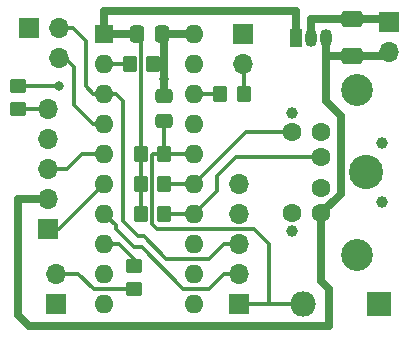
<source format=gbr>
%TF.GenerationSoftware,KiCad,Pcbnew,(6.0.0)*%
%TF.CreationDate,2022-10-20T13:45:59-04:00*%
%TF.ProjectId,TandyKey-AB,54616e64-794b-4657-992d-41422e6b6963,rev?*%
%TF.SameCoordinates,Original*%
%TF.FileFunction,Copper,L2,Bot*%
%TF.FilePolarity,Positive*%
%FSLAX46Y46*%
G04 Gerber Fmt 4.6, Leading zero omitted, Abs format (unit mm)*
G04 Created by KiCad (PCBNEW (6.0.0)) date 2022-10-20 13:45:59*
%MOMM*%
%LPD*%
G01*
G04 APERTURE LIST*
G04 Aperture macros list*
%AMRoundRect*
0 Rectangle with rounded corners*
0 $1 Rounding radius*
0 $2 $3 $4 $5 $6 $7 $8 $9 X,Y pos of 4 corners*
0 Add a 4 corners polygon primitive as box body*
4,1,4,$2,$3,$4,$5,$6,$7,$8,$9,$2,$3,0*
0 Add four circle primitives for the rounded corners*
1,1,$1+$1,$2,$3*
1,1,$1+$1,$4,$5*
1,1,$1+$1,$6,$7*
1,1,$1+$1,$8,$9*
0 Add four rect primitives between the rounded corners*
20,1,$1+$1,$2,$3,$4,$5,0*
20,1,$1+$1,$4,$5,$6,$7,0*
20,1,$1+$1,$6,$7,$8,$9,0*
20,1,$1+$1,$8,$9,$2,$3,0*%
G04 Aperture macros list end*
%TA.AperFunction,ComponentPad*%
%ADD10R,1.700000X1.700000*%
%TD*%
%TA.AperFunction,ComponentPad*%
%ADD11O,1.700000X1.700000*%
%TD*%
%TA.AperFunction,ComponentPad*%
%ADD12R,2.159000X2.159000*%
%TD*%
%TA.AperFunction,ComponentPad*%
%ADD13O,2.159000X2.159000*%
%TD*%
%TA.AperFunction,ComponentPad*%
%ADD14R,1.050000X1.500000*%
%TD*%
%TA.AperFunction,ComponentPad*%
%ADD15O,1.050000X1.500000*%
%TD*%
%TA.AperFunction,ComponentPad*%
%ADD16R,1.600000X1.600000*%
%TD*%
%TA.AperFunction,ComponentPad*%
%ADD17O,1.600000X1.600000*%
%TD*%
%TA.AperFunction,ComponentPad*%
%ADD18C,2.700000*%
%TD*%
%TA.AperFunction,ComponentPad*%
%ADD19C,2.899999*%
%TD*%
%TA.AperFunction,ComponentPad*%
%ADD20C,1.600000*%
%TD*%
%TA.AperFunction,ComponentPad*%
%ADD21C,1.000000*%
%TD*%
%TA.AperFunction,SMDPad,CuDef*%
%ADD22RoundRect,0.250000X0.450000X-0.350000X0.450000X0.350000X-0.450000X0.350000X-0.450000X-0.350000X0*%
%TD*%
%TA.AperFunction,SMDPad,CuDef*%
%ADD23RoundRect,0.250000X-0.337500X-0.475000X0.337500X-0.475000X0.337500X0.475000X-0.337500X0.475000X0*%
%TD*%
%TA.AperFunction,SMDPad,CuDef*%
%ADD24RoundRect,0.250000X0.475000X-0.337500X0.475000X0.337500X-0.475000X0.337500X-0.475000X-0.337500X0*%
%TD*%
%TA.AperFunction,SMDPad,CuDef*%
%ADD25RoundRect,0.250000X0.650000X-0.412500X0.650000X0.412500X-0.650000X0.412500X-0.650000X-0.412500X0*%
%TD*%
%TA.AperFunction,SMDPad,CuDef*%
%ADD26RoundRect,0.250000X0.350000X0.450000X-0.350000X0.450000X-0.350000X-0.450000X0.350000X-0.450000X0*%
%TD*%
%TA.AperFunction,SMDPad,CuDef*%
%ADD27RoundRect,0.250000X-0.350000X-0.450000X0.350000X-0.450000X0.350000X0.450000X-0.350000X0.450000X0*%
%TD*%
%TA.AperFunction,SMDPad,CuDef*%
%ADD28RoundRect,0.250000X-0.450000X0.350000X-0.450000X-0.350000X0.450000X-0.350000X0.450000X0.350000X0*%
%TD*%
%TA.AperFunction,ViaPad*%
%ADD29C,0.800000*%
%TD*%
%TA.AperFunction,Conductor*%
%ADD30C,0.635000*%
%TD*%
%TA.AperFunction,Conductor*%
%ADD31C,0.304800*%
%TD*%
%TA.AperFunction,Conductor*%
%ADD32C,0.250000*%
%TD*%
G04 APERTURE END LIST*
D10*
%TO.P,J1,1,Pin_1*%
%TO.N,KBD_DTA*%
X117475000Y-101282500D03*
D11*
%TO.P,J1,2,Pin_2*%
%TO.N,KBD_CLK*%
X117475000Y-96202500D03*
%TO.P,J1,3,Pin_3*%
%TO.N,Net-(J1-Pad3)*%
X117475000Y-91122500D03*
%TO.P,J1,4,Pin_4*%
%TO.N,+5V*%
X117475000Y-98742500D03*
%TO.P,J1,5,Pin_5*%
%TO.N,GND*%
X117475000Y-93662500D03*
%TD*%
D10*
%TO.P,J5,1,Pin_1*%
%TO.N,GND*%
X115882500Y-84302500D03*
D11*
%TO.P,J5,2,Pin_2*%
%TO.N,BSL_TX*%
X118382500Y-84317500D03*
%TO.P,J5,3,Pin_3*%
%TO.N,Net-(J5-Pad3)*%
X118382500Y-86857500D03*
%TD*%
D12*
%TO.P,SW1,1,1*%
%TO.N,GND*%
X145465000Y-107632500D03*
D13*
%TO.P,SW1,2,2*%
%TO.N,_RST*%
X139065000Y-107632500D03*
%TD*%
D14*
%TO.P,U2,1,VO*%
%TO.N,+3V3*%
X138430000Y-85132500D03*
D15*
%TO.P,U2,2,GND*%
%TO.N,GND*%
X139700000Y-85132500D03*
%TO.P,U2,3,VI*%
%TO.N,+5V*%
X140970000Y-85132500D03*
%TD*%
D16*
%TO.P,U1,1,DVCC*%
%TO.N,+3V3*%
X122247508Y-84777504D03*
D17*
%TO.P,U1,2,TA0CLK/ACLK/CA0/P1.0*%
%TO.N,KBD_BSY*%
X122247508Y-87317504D03*
%TO.P,U1,3,TA0.0/UCA0RXD/UCA0SOMI/P1.1*%
%TO.N,BSL_TX*%
X122247508Y-89857504D03*
%TO.P,U1,4,TA0.1/UCA0TXD/UCA0SIMO/P1.2*%
%TO.N,Net-(J5-Pad3)*%
X122247508Y-92397504D03*
%TO.P,U1,5,P1.3*%
%TO.N,KBD_CLK*%
X122247508Y-94937504D03*
%TO.P,U1,6,TCK/SMCLK/UCB0STE/UCA0CLK/P1.4*%
%TO.N,KBD_DTA*%
X122247508Y-97477504D03*
%TO.P,U1,7,TMS/TA0.0/UCB0CLK/UCA0STE/P1.5*%
%TO.N,BSL_RX*%
X122247508Y-100017504D03*
%TO.P,U1,8,P2.0/TA1.0*%
%TO.N,Net-(R8-Pad1)*%
X122247508Y-102557504D03*
%TO.P,U1,9,P2.1/TA1.1*%
%TO.N,unconnected-(U1-Pad9)*%
X122247508Y-105097504D03*
%TO.P,U1,10,P2.2/TA1.1*%
%TO.N,unconnected-(U1-Pad10)*%
X122247508Y-107637504D03*
%TO.P,U1,11,P2.3/TA1.0*%
%TO.N,unconnected-(U1-Pad11)*%
X129867508Y-107637504D03*
%TO.P,U1,12,P2.4/TA1.2*%
%TO.N,unconnected-(U1-Pad12)*%
X129867508Y-105097504D03*
%TO.P,U1,13,P2.5/TA1.2*%
%TO.N,unconnected-(U1-Pad13)*%
X129867508Y-102557504D03*
%TO.P,U1,14,TDI/TCLK/TA0.1/UCB0SOMI/UCB0SCL/P1.6*%
%TO.N,PS2_DTA*%
X129867508Y-100017504D03*
%TO.P,U1,15,TDO/TDI/UCB0SIMO/UCB0SDA/P1.7*%
%TO.N,PS2_CLK*%
X129867508Y-97477504D03*
%TO.P,U1,16,~{RST}/NMI/SBWTDIO*%
%TO.N,_RST*%
X129867508Y-94937504D03*
%TO.P,U1,17,TEST/SBWTCK*%
%TO.N,TEST*%
X129867508Y-92397504D03*
%TO.P,U1,18,P2.7/XOUT*%
%TO.N,Net-(R3-Pad1)*%
X129867508Y-89857504D03*
%TO.P,U1,19,P2.6/XIN/TA0.1*%
%TO.N,unconnected-(U1-Pad19)*%
X129867508Y-87317504D03*
%TO.P,U1,20,DVSS*%
%TO.N,GND*%
X129867508Y-84777504D03*
%TD*%
D18*
%TO.P,J2,0*%
%TO.N,GND*%
X143625000Y-103520001D03*
X143625000Y-89519999D03*
D19*
X144425000Y-96520000D03*
D20*
%TO.P,J2,1*%
%TO.N,PS2_DTA*%
X140625000Y-95220000D03*
%TO.P,J2,2*%
%TO.N,unconnected-(J2-Pad2)*%
X140625000Y-97820000D03*
%TO.P,J2,3*%
%TO.N,GND*%
X140625000Y-93120000D03*
%TO.P,J2,4*%
%TO.N,+5V*%
X140625000Y-99920000D03*
%TO.P,J2,5*%
%TO.N,PS2_CLK*%
X138125000Y-93120000D03*
%TO.P,J2,6*%
%TO.N,unconnected-(J2-Pad6)*%
X138125000Y-99920000D03*
D21*
%TO.P,J2,M1*%
%TO.N,N/C*%
X145725000Y-94020000D03*
%TO.P,J2,M2*%
X145725000Y-99020000D03*
%TO.P,J2,M3*%
X138125000Y-91520000D03*
%TO.P,J2,M4*%
X138125000Y-101520000D03*
%TD*%
D10*
%TO.P,D1,1,Pin_1*%
%TO.N,GND*%
X133985000Y-84772500D03*
D11*
%TO.P,D1,2,Pin_2*%
%TO.N,Net-(D1-Pad2)*%
X133985000Y-87312500D03*
%TD*%
D10*
%TO.P,J3,1,Pin_1*%
%TO.N,_RST*%
X133667500Y-107627500D03*
D11*
%TO.P,J3,2,Pin_2*%
%TO.N,BSL_RX*%
X133667500Y-105087500D03*
%TO.P,J3,3,Pin_3*%
%TO.N,BSL_TX*%
X133667500Y-102547500D03*
%TO.P,J3,4,Pin_4*%
%TO.N,TEST*%
X133667500Y-100007500D03*
%TO.P,J3,5,Pin_5*%
%TO.N,GND*%
X133667500Y-97467500D03*
%TD*%
D10*
%TO.P,J4,1,Pin_1*%
%TO.N,GND*%
X146367500Y-83820000D03*
D11*
%TO.P,J4,2,Pin_2*%
%TO.N,+5V*%
X146367500Y-86360000D03*
%TD*%
D10*
%TO.P,D2,1,Pin_1*%
%TO.N,GND*%
X118110000Y-107632500D03*
D11*
%TO.P,D2,2,Pin_2*%
%TO.N,Net-(D2-Pad2)*%
X118110000Y-105092500D03*
%TD*%
D22*
%TO.P,R1,1*%
%TO.N,Net-(J1-Pad3)*%
X114935000Y-91170000D03*
%TO.P,R1,2*%
%TO.N,KBD_BSY*%
X114935000Y-89170000D03*
%TD*%
D23*
%TO.P,C1,1*%
%TO.N,+3V3*%
X125010000Y-84772500D03*
%TO.P,C1,2*%
%TO.N,GND*%
X127085000Y-84772500D03*
%TD*%
D24*
%TO.P,C4,1*%
%TO.N,_RST*%
X127270000Y-92160000D03*
%TO.P,C4,2*%
%TO.N,GND*%
X127270000Y-90085000D03*
%TD*%
D25*
%TO.P,C2,1*%
%TO.N,+5V*%
X143192500Y-86652500D03*
%TO.P,C2,2*%
%TO.N,GND*%
X143192500Y-83527500D03*
%TD*%
D26*
%TO.P,R7,1*%
%TO.N,PS2_DTA*%
X127317500Y-100012500D03*
%TO.P,R7,2*%
%TO.N,+3V3*%
X125317500Y-100012500D03*
%TD*%
D27*
%TO.P,R2,1*%
%TO.N,KBD_BSY*%
X124375008Y-87312500D03*
%TO.P,R2,2*%
%TO.N,GND*%
X126375008Y-87312500D03*
%TD*%
%TO.P,R4,1*%
%TO.N,+3V3*%
X125317500Y-94932500D03*
%TO.P,R4,2*%
%TO.N,_RST*%
X127317500Y-94932500D03*
%TD*%
%TO.P,R3,1*%
%TO.N,Net-(R3-Pad1)*%
X132032500Y-89852500D03*
%TO.P,R3,2*%
%TO.N,Net-(D1-Pad2)*%
X134032500Y-89852500D03*
%TD*%
D26*
%TO.P,R6,1*%
%TO.N,PS2_CLK*%
X127317500Y-97472500D03*
%TO.P,R6,2*%
%TO.N,+3V3*%
X125317500Y-97472500D03*
%TD*%
D28*
%TO.P,R8,1*%
%TO.N,Net-(R8-Pad1)*%
X124777500Y-104410000D03*
%TO.P,R8,2*%
%TO.N,Net-(D2-Pad2)*%
X124777500Y-106410000D03*
%TD*%
D29*
%TO.N,GND*%
X127270002Y-88629998D03*
%TO.N,KBD_BSY*%
X118427500Y-89217500D03*
%TD*%
D30*
%TO.N,+3V3*%
X122247508Y-84777504D02*
X125004996Y-84777504D01*
X122247508Y-82877508D02*
X122247508Y-84777504D01*
X138430000Y-82867500D02*
X138430000Y-85132494D01*
D31*
X125326928Y-100003072D02*
X125326928Y-85089428D01*
D30*
X122237500Y-82867500D02*
X138430000Y-82867500D01*
%TO.N,GND*%
X129867508Y-84777504D02*
X127089992Y-84777504D01*
X139700000Y-83502500D02*
X143167506Y-83502500D01*
D32*
X145415000Y-83502500D02*
X146050000Y-83502500D01*
D30*
X139700000Y-85132494D02*
X139700000Y-83502500D01*
X143192500Y-83527494D02*
X145390006Y-83527494D01*
D31*
X126375008Y-87312500D02*
X127222500Y-87312500D01*
D30*
X127270002Y-88629998D02*
X127270002Y-87265002D01*
X127270002Y-87265002D02*
X127270002Y-84957488D01*
D32*
X145390000Y-83527500D02*
X145415000Y-83502500D01*
D30*
X127270002Y-90085012D02*
X127270002Y-88629998D01*
D31*
X127222500Y-87312500D02*
X127270000Y-87265000D01*
D30*
%TO.N,+5V*%
X143192500Y-86652506D02*
X145707506Y-86652506D01*
X142240000Y-91757500D02*
X142240000Y-98305010D01*
X140970000Y-86677500D02*
X140970000Y-85132500D01*
X140970000Y-90487500D02*
X140970000Y-86677500D01*
X140624992Y-105699992D02*
X141287500Y-106362500D01*
D32*
X140995000Y-86652500D02*
X140970000Y-86677500D01*
D30*
X143192500Y-86652506D02*
X140994994Y-86652506D01*
X114935000Y-98742500D02*
X114935000Y-108585000D01*
X141287500Y-106362500D02*
X141287500Y-109537500D01*
X142240000Y-98305010D02*
X140624992Y-99919993D01*
X141287500Y-109537500D02*
X115887500Y-109537500D01*
X140624992Y-99919993D02*
X140624992Y-105699992D01*
X140970000Y-90487500D02*
X142240000Y-91757500D01*
X117475000Y-98742500D02*
X114935000Y-98742500D01*
X114935000Y-108585000D02*
X115887500Y-109537500D01*
D31*
%TO.N,Net-(D1-Pad2)*%
X134032500Y-89852500D02*
X134032500Y-87360000D01*
%TO.N,KBD_CLK*%
X120327496Y-94937504D02*
X122247508Y-94937504D01*
X119062500Y-96202500D02*
X120327496Y-94937504D01*
X117475000Y-96202500D02*
X119062500Y-96202500D01*
%TO.N,KBD_DTA*%
X117475000Y-101282500D02*
X118442512Y-101282500D01*
X118442512Y-101282500D02*
X122247508Y-97477504D01*
%TO.N,Net-(J1-Pad3)*%
X117475000Y-91122500D02*
X114982500Y-91122500D01*
%TO.N,PS2_DTA*%
X127317500Y-100012500D02*
X129862504Y-100012500D01*
X131762500Y-96837500D02*
X133380000Y-95220000D01*
X133380000Y-95220000D02*
X140625000Y-95220000D01*
X129867508Y-100017504D02*
X131762500Y-98122512D01*
X131762500Y-98122512D02*
X131762500Y-96837500D01*
%TO.N,PS2_CLK*%
X127317500Y-97472500D02*
X129862504Y-97472500D01*
X134210000Y-93120000D02*
X138020000Y-93120000D01*
X129867508Y-97462492D02*
X134210000Y-93120000D01*
%TO.N,_RST*%
X127317500Y-94932500D02*
X126365000Y-94932500D01*
X136207500Y-102552500D02*
X136207500Y-107632500D01*
X136202500Y-107627500D02*
X136207500Y-107632500D01*
X139065000Y-107632500D02*
X136207500Y-107632500D01*
X126682500Y-101282500D02*
X134937500Y-101282500D01*
X134937500Y-101282500D02*
X136207500Y-102552500D01*
X126269420Y-95028080D02*
X126269420Y-100869420D01*
X126269420Y-100869420D02*
X126682500Y-101282500D01*
X133667500Y-107627500D02*
X136202500Y-107627500D01*
X127270000Y-92160000D02*
X127270000Y-94885000D01*
X127317500Y-94932500D02*
X129862504Y-94932500D01*
X126365000Y-94932500D02*
X126269420Y-95028080D01*
%TO.N,KBD_BSY*%
X122247508Y-87317504D02*
X124370004Y-87317504D01*
X118380000Y-89170000D02*
X118427500Y-89217500D01*
X114935000Y-89170000D02*
X118380000Y-89170000D01*
%TO.N,Net-(R3-Pad1)*%
X129867508Y-89857504D02*
X132027496Y-89857504D01*
%TO.N,Net-(D2-Pad2)*%
X124777500Y-106410000D02*
X121332500Y-106410000D01*
X120015000Y-105092500D02*
X118110000Y-105092500D01*
X121332500Y-106410000D02*
X120015000Y-105092500D01*
%TO.N,Net-(J5-Pad3)*%
X119697500Y-87630000D02*
X118925000Y-86857500D01*
X121290004Y-92397504D02*
X119697500Y-90805000D01*
X119697500Y-90805000D02*
X119697500Y-87630000D01*
X122247508Y-92397504D02*
X121290004Y-92397504D01*
%TO.N,BSL_TX*%
X120650000Y-89217500D02*
X120650000Y-85407500D01*
X132402500Y-102547500D02*
X133667500Y-102547500D01*
X122247508Y-89857504D02*
X123184996Y-89857504D01*
X123825000Y-90487500D02*
X123825000Y-100647500D01*
X131127500Y-103822500D02*
X132402500Y-102547500D01*
X127476257Y-103822500D02*
X131127500Y-103822500D01*
X123190000Y-89852500D02*
X123825000Y-90487500D01*
X125571256Y-101917500D02*
X127476257Y-103822500D01*
X119560000Y-84317500D02*
X118382500Y-84317500D01*
X122247508Y-89857504D02*
X121290004Y-89857504D01*
X125095000Y-101917500D02*
X125571256Y-101917500D01*
X123825000Y-100647500D02*
X125095000Y-101917500D01*
X120650000Y-85407500D02*
X119560000Y-84317500D01*
X121290004Y-89857504D02*
X120650000Y-89217500D01*
X123184996Y-89857504D02*
X123190000Y-89852500D01*
%TO.N,BSL_RX*%
X128905000Y-106362500D02*
X125412500Y-102870000D01*
X123190000Y-100959996D02*
X122247508Y-100017504D01*
X123190000Y-101282500D02*
X123190000Y-100959996D01*
X131127500Y-106362500D02*
X128905000Y-106362500D01*
X133667500Y-105087500D02*
X132402500Y-105087500D01*
X124777500Y-102870000D02*
X123190000Y-101282500D01*
X125412500Y-102870000D02*
X124777500Y-102870000D01*
X132402500Y-105087500D02*
X131127500Y-106362500D01*
%TO.N,Net-(R8-Pad1)*%
X123507500Y-102557504D02*
X124777500Y-103827504D01*
X124777500Y-103827504D02*
X124777500Y-104410000D01*
X122247508Y-102557504D02*
X123507500Y-102557504D01*
%TD*%
M02*

</source>
